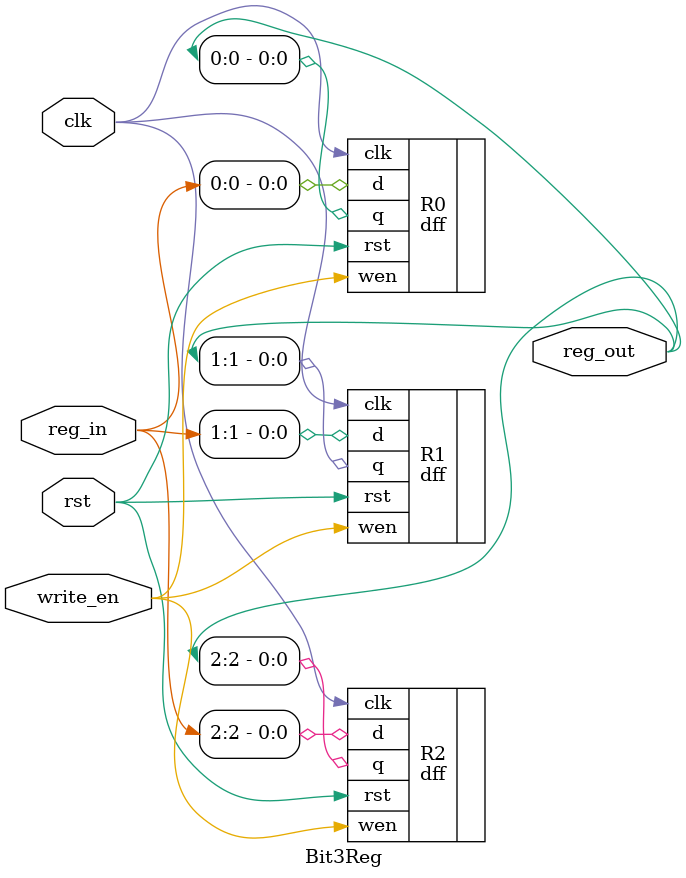
<source format=v>
module Bit3Reg (clk, rst, write_en, reg_in, reg_out);
	input clk, rst, write_en;
	input [2:0] reg_in;
	output [2:0] reg_out;

	dff R0(.q(reg_out[0]), .d(reg_in[0]), .wen(write_en), .clk(clk), .rst(rst));
	dff R1(.q(reg_out[1]), .d(reg_in[1]), .wen(write_en), .clk(clk), .rst(rst));
	dff R2(.q(reg_out[2]), .d(reg_in[2]), .wen(write_en), .clk(clk), .rst(rst));

endmodule

</source>
